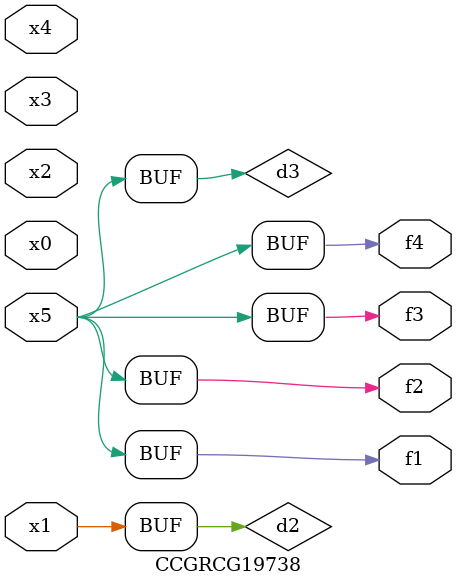
<source format=v>
module CCGRCG19738(
	input x0, x1, x2, x3, x4, x5,
	output f1, f2, f3, f4
);

	wire d1, d2, d3;

	not (d1, x5);
	or (d2, x1);
	xnor (d3, d1);
	assign f1 = d3;
	assign f2 = d3;
	assign f3 = d3;
	assign f4 = d3;
endmodule

</source>
